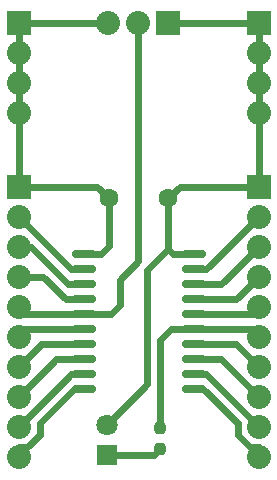
<source format=gbr>
%TF.GenerationSoftware,KiCad,Pcbnew,8.0.1*%
%TF.CreationDate,2024-04-12T18:06:17-04:00*%
%TF.ProjectId,attiny416_breakout,61747469-6e79-4343-9136-5f627265616b,rev?*%
%TF.SameCoordinates,PX822d320PY4417a40*%
%TF.FileFunction,Copper,L2,Bot*%
%TF.FilePolarity,Positive*%
%FSLAX46Y46*%
G04 Gerber Fmt 4.6, Leading zero omitted, Abs format (unit mm)*
G04 Created by KiCad (PCBNEW 8.0.1) date 2024-04-12 18:06:17*
%MOMM*%
%LPD*%
G01*
G04 APERTURE LIST*
G04 Aperture macros list*
%AMRoundRect*
0 Rectangle with rounded corners*
0 $1 Rounding radius*
0 $2 $3 $4 $5 $6 $7 $8 $9 X,Y pos of 4 corners*
0 Add a 4 corners polygon primitive as box body*
4,1,4,$2,$3,$4,$5,$6,$7,$8,$9,$2,$3,0*
0 Add four circle primitives for the rounded corners*
1,1,$1+$1,$2,$3*
1,1,$1+$1,$4,$5*
1,1,$1+$1,$6,$7*
1,1,$1+$1,$8,$9*
0 Add four rect primitives between the rounded corners*
20,1,$1+$1,$2,$3,$4,$5,0*
20,1,$1+$1,$4,$5,$6,$7,0*
20,1,$1+$1,$6,$7,$8,$9,0*
20,1,$1+$1,$8,$9,$2,$3,0*%
G04 Aperture macros list end*
%TA.AperFunction,ComponentPad*%
%ADD10R,2.040000X2.040000*%
%TD*%
%TA.AperFunction,ComponentPad*%
%ADD11O,2.040000X2.040000*%
%TD*%
%TA.AperFunction,ComponentPad*%
%ADD12R,1.800000X1.800000*%
%TD*%
%TA.AperFunction,ComponentPad*%
%ADD13C,1.800000*%
%TD*%
%TA.AperFunction,SMDPad,CuDef*%
%ADD14RoundRect,0.150000X0.875000X0.150000X-0.875000X0.150000X-0.875000X-0.150000X0.875000X-0.150000X0*%
%TD*%
%TA.AperFunction,ComponentPad*%
%ADD15C,1.600000*%
%TD*%
%TA.AperFunction,SMDPad,CuDef*%
%ADD16RoundRect,0.237500X-0.237500X0.250000X-0.237500X-0.250000X0.237500X-0.250000X0.237500X0.250000X0*%
%TD*%
%TA.AperFunction,Conductor*%
%ADD17C,0.600000*%
%TD*%
G04 APERTURE END LIST*
D10*
%TO.P,J2,1,Pin_1*%
%TO.N,+5V*%
X23660000Y-3350000D03*
D11*
%TO.P,J2,2,Pin_2*%
X23660000Y-5890000D03*
%TO.P,J2,3,Pin_3*%
X23660000Y-8430000D03*
%TO.P,J2,4,Pin_4*%
X23660000Y-10970000D03*
%TD*%
D10*
%TO.P,J4,1,Pin_1*%
%TO.N,+5V*%
X23660000Y-17175000D03*
D11*
%TO.P,J4,2,Pin_2*%
%TO.N,/PA4*%
X23660000Y-19715000D03*
%TO.P,J4,3,Pin_3*%
%TO.N,/PA5*%
X23660000Y-22255000D03*
%TO.P,J4,4,Pin_4*%
%TO.N,/PA6*%
X23660000Y-24795000D03*
%TO.P,J4,5,Pin_5*%
%TO.N,/PA7*%
X23660000Y-27335000D03*
%TO.P,J4,6,Pin_6*%
%TO.N,/PB5*%
X23660000Y-29875000D03*
%TO.P,J4,7,Pin_7*%
%TO.N,/PB4*%
X23660000Y-32415000D03*
%TO.P,J4,8,Pin_8*%
%TO.N,/PB3*%
X23660000Y-34955000D03*
%TO.P,J4,9,Pin_9*%
%TO.N,/PB2*%
X23660000Y-37495000D03*
%TO.P,J4,10,Pin_10*%
%TO.N,/PB1*%
X23660000Y-40035000D03*
%TD*%
D10*
%TO.P,J1,1,Pin_1*%
%TO.N,+5V*%
X16025000Y-3350000D03*
D11*
%TO.P,J1,2,Pin_2*%
%TO.N,/UPDI*%
X13485000Y-3350000D03*
%TO.P,J1,3,Pin_3*%
%TO.N,GND*%
X10945000Y-3350000D03*
%TD*%
D10*
%TO.P,J3,1,Pin_1*%
%TO.N,GND*%
X3340000Y-3350000D03*
D11*
%TO.P,J3,2,Pin_2*%
X3340000Y-5890000D03*
%TO.P,J3,3,Pin_3*%
X3340000Y-8430000D03*
%TO.P,J3,4,Pin_4*%
X3340000Y-10970000D03*
%TD*%
D10*
%TO.P,J5,1,Pin_1*%
%TO.N,GND*%
X3340000Y-17175000D03*
D11*
%TO.P,J5,2,Pin_2*%
%TO.N,/PA3*%
X3340000Y-19715000D03*
%TO.P,J5,3,Pin_3*%
%TO.N,/PA2*%
X3340000Y-22255000D03*
%TO.P,J5,4,Pin_4*%
%TO.N,/PA1*%
X3340000Y-24795000D03*
%TO.P,J5,5,Pin_5*%
%TO.N,/UPDI*%
X3340000Y-27335000D03*
%TO.P,J5,6,Pin_6*%
%TO.N,/PC3*%
X3340000Y-29875000D03*
%TO.P,J5,7,Pin_7*%
%TO.N,/PC2*%
X3340000Y-32415000D03*
%TO.P,J5,8,Pin_8*%
%TO.N,/PC1*%
X3340000Y-34955000D03*
%TO.P,J5,9,Pin_9*%
%TO.N,/PC0*%
X3340000Y-37495000D03*
%TO.P,J5,10,Pin_10*%
%TO.N,/PB0*%
X3340000Y-40035000D03*
%TD*%
D12*
%TO.P,D1,1,K*%
%TO.N,Net-(D1-K)*%
X10800000Y-39875000D03*
D13*
%TO.P,D1,2,A*%
%TO.N,+5V*%
X10800000Y-37335000D03*
%TD*%
D14*
%TO.P,U1,1,VCC*%
%TO.N,+5V*%
X18150000Y-22885000D03*
%TO.P,U1,2,PA4*%
%TO.N,/PA4*%
X18150000Y-24155000D03*
%TO.P,U1,3,PA5*%
%TO.N,/PA5*%
X18150000Y-25425000D03*
%TO.P,U1,4,PA6*%
%TO.N,/PA6*%
X18150000Y-26695000D03*
%TO.P,U1,5,PA7*%
%TO.N,/PA7*%
X18150000Y-27965000D03*
%TO.P,U1,6,PB5*%
%TO.N,/PB5*%
X18150000Y-29235000D03*
%TO.P,U1,7,PB4*%
%TO.N,/PB4*%
X18150000Y-30505000D03*
%TO.P,U1,8,PB3*%
%TO.N,/PB3*%
X18150000Y-31775000D03*
%TO.P,U1,9,PB2*%
%TO.N,/PB2*%
X18150000Y-33045000D03*
%TO.P,U1,10,PB1*%
%TO.N,/PB1*%
X18150000Y-34315000D03*
%TO.P,U1,11,PB0*%
%TO.N,/PB0*%
X8850000Y-34315000D03*
%TO.P,U1,12,PC0*%
%TO.N,/PC0*%
X8850000Y-33045000D03*
%TO.P,U1,13,PC1*%
%TO.N,/PC1*%
X8850000Y-31775000D03*
%TO.P,U1,14,PC2*%
%TO.N,/PC2*%
X8850000Y-30505000D03*
%TO.P,U1,15,PC3*%
%TO.N,/PC3*%
X8850000Y-29235000D03*
%TO.P,U1,16,~{RESET}/PA0*%
%TO.N,/UPDI*%
X8850000Y-27965000D03*
%TO.P,U1,17,PA1*%
%TO.N,/PA1*%
X8850000Y-26695000D03*
%TO.P,U1,18,PA2*%
%TO.N,/PA2*%
X8850000Y-25425000D03*
%TO.P,U1,19,PA3*%
%TO.N,/PA3*%
X8850000Y-24155000D03*
%TO.P,U1,20,GND*%
%TO.N,GND*%
X8850000Y-22885000D03*
%TD*%
D15*
%TO.P,C1,1*%
%TO.N,+5V*%
X16000000Y-18160000D03*
%TO.P,C1,2*%
%TO.N,GND*%
X11000000Y-18160000D03*
%TD*%
D16*
%TO.P,R1,1*%
%TO.N,/PB5*%
X15300000Y-37587500D03*
%TO.P,R1,2*%
%TO.N,Net-(D1-K)*%
X15300000Y-39412500D03*
%TD*%
D17*
%TO.N,+5V*%
X10800000Y-37335000D02*
X14244000Y-33891000D01*
X23660000Y-5890000D02*
X23660000Y-8430000D01*
X16000000Y-22500000D02*
X16000000Y-18160000D01*
X23660000Y-10970000D02*
X23660000Y-17175000D01*
X23660000Y-3350000D02*
X23660000Y-5890000D01*
X16385000Y-22885000D02*
X16000000Y-22500000D01*
X16985000Y-17175000D02*
X16000000Y-18160000D01*
X23660000Y-8430000D02*
X23660000Y-10970000D01*
X16025000Y-3350000D02*
X23660000Y-3350000D01*
X18150000Y-22885000D02*
X16385000Y-22885000D01*
X14244000Y-24256000D02*
X16000000Y-22500000D01*
X14244000Y-33891000D02*
X14244000Y-24256000D01*
X23660000Y-17175000D02*
X16985000Y-17175000D01*
%TO.N,GND*%
X3340000Y-5890000D02*
X3340000Y-3350000D01*
X3340000Y-17175000D02*
X3340000Y-10970000D01*
X11000000Y-18160000D02*
X11000000Y-22200000D01*
X3340000Y-17175000D02*
X10015000Y-17175000D01*
X3340000Y-8430000D02*
X3340000Y-5890000D01*
X10315000Y-22885000D02*
X8850000Y-22885000D01*
X10015000Y-17175000D02*
X11000000Y-18160000D01*
X11000000Y-22200000D02*
X10315000Y-22885000D01*
X3340000Y-3350000D02*
X10945000Y-3350000D01*
X3340000Y-10970000D02*
X3340000Y-8430000D01*
%TO.N,Net-(D1-K)*%
X14837500Y-39875000D02*
X15300000Y-39412500D01*
X10800000Y-39875000D02*
X14837500Y-39875000D01*
%TO.N,/UPDI*%
X11135000Y-27965000D02*
X8850000Y-27965000D01*
X8850000Y-27965000D02*
X3970000Y-27965000D01*
X3970000Y-27965000D02*
X3340000Y-27335000D01*
X13485000Y-3350000D02*
X13485000Y-23521590D01*
X11900000Y-27200000D02*
X11135000Y-27965000D01*
X13485000Y-23521590D02*
X11900000Y-25106590D01*
X11900000Y-25106590D02*
X11900000Y-27200000D01*
%TO.N,/PB2*%
X19210000Y-33045000D02*
X23660000Y-37495000D01*
X18150000Y-33045000D02*
X19210000Y-33045000D01*
%TO.N,/PA7*%
X18150000Y-27965000D02*
X23030000Y-27965000D01*
X23030000Y-27965000D02*
X23660000Y-27335000D01*
%TO.N,/PB3*%
X18150000Y-31775000D02*
X20480000Y-31775000D01*
X20480000Y-31775000D02*
X23660000Y-34955000D01*
%TO.N,/PA6*%
X21760000Y-26695000D02*
X23660000Y-24795000D01*
X18150000Y-26695000D02*
X21760000Y-26695000D01*
%TO.N,/PB4*%
X18150000Y-30505000D02*
X21750000Y-30505000D01*
X21750000Y-30505000D02*
X23660000Y-32415000D01*
%TO.N,/PB1*%
X23660000Y-39271000D02*
X23660000Y-40035000D01*
X21884000Y-38230644D02*
X22924356Y-39271000D01*
X21884000Y-37212410D02*
X21884000Y-38230644D01*
X18150000Y-34315000D02*
X18986590Y-34315000D01*
X18986590Y-34315000D02*
X21884000Y-37212410D01*
X22924356Y-39271000D02*
X23660000Y-39271000D01*
%TO.N,/PB5*%
X15300000Y-30200000D02*
X16265000Y-29235000D01*
X16265000Y-29235000D02*
X18150000Y-29235000D01*
X18150000Y-29235000D02*
X23020000Y-29235000D01*
X15300000Y-37587500D02*
X15300000Y-30200000D01*
X23020000Y-29235000D02*
X23660000Y-29875000D01*
%TO.N,/PA5*%
X18150000Y-25425000D02*
X20490000Y-25425000D01*
X20490000Y-25425000D02*
X23660000Y-22255000D01*
%TO.N,/PA4*%
X18150000Y-24155000D02*
X19220000Y-24155000D01*
X19220000Y-24155000D02*
X23660000Y-19715000D01*
%TO.N,/PA3*%
X7780000Y-24155000D02*
X3340000Y-19715000D01*
X8850000Y-24155000D02*
X7780000Y-24155000D01*
%TO.N,/PA1*%
X7333180Y-26695000D02*
X5433180Y-24795000D01*
X8850000Y-26695000D02*
X7333180Y-26695000D01*
X5433180Y-24795000D02*
X3340000Y-24795000D01*
%TO.N,/PC1*%
X3345000Y-34955000D02*
X3340000Y-34955000D01*
X8850000Y-31775000D02*
X6525000Y-31775000D01*
X6525000Y-31775000D02*
X3345000Y-34955000D01*
%TO.N,/PC0*%
X7790000Y-33045000D02*
X3340000Y-37495000D01*
X8850000Y-33045000D02*
X7790000Y-33045000D01*
%TO.N,/PC2*%
X8850000Y-30505000D02*
X5250000Y-30505000D01*
X5250000Y-30505000D02*
X3340000Y-32415000D01*
%TO.N,/PB0*%
X8850000Y-34315000D02*
X8013410Y-34315000D01*
X3340000Y-39271000D02*
X3340000Y-40035000D01*
X4075644Y-39271000D02*
X3340000Y-39271000D01*
X8013410Y-34315000D02*
X5116000Y-37212410D01*
X5116000Y-38230644D02*
X4075644Y-39271000D01*
X5116000Y-37212410D02*
X5116000Y-38230644D01*
%TO.N,/PC3*%
X3980000Y-29235000D02*
X3340000Y-29875000D01*
X8850000Y-29235000D02*
X3980000Y-29235000D01*
%TO.N,/PA2*%
X7556590Y-25425000D02*
X4386590Y-22255000D01*
X4386590Y-22255000D02*
X3340000Y-22255000D01*
X8850000Y-25425000D02*
X7556590Y-25425000D01*
%TD*%
M02*

</source>
